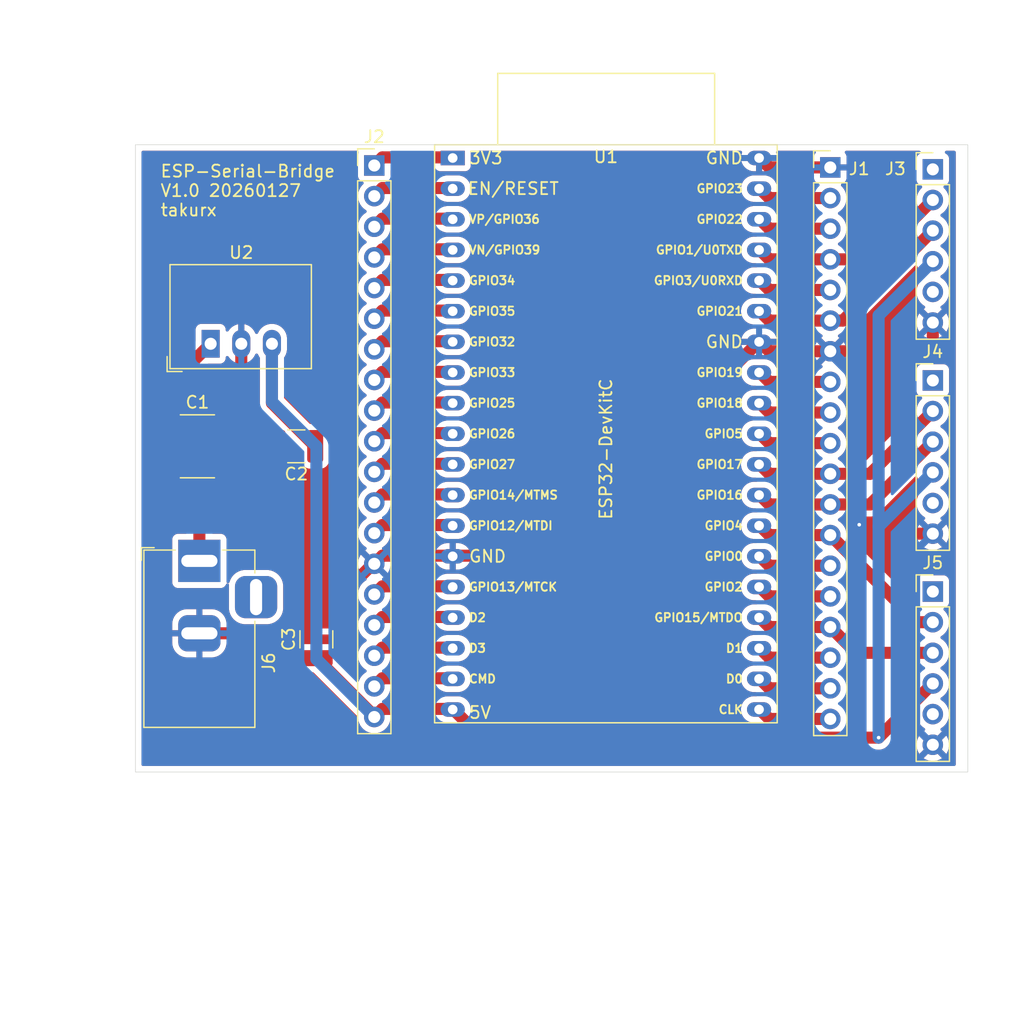
<source format=kicad_pcb>
(kicad_pcb (version 20241229) (generator "pcbnew") (generator_version "9.0")
  (title_block (title "ESP-Serial-Bridge") (date "2026-01-27") (rev "V1.0") (company "takurx"))
  (layers (0 "F.Cu" signal) (2 "B.Cu" signal) (13 "F.Paste" user) (15 "B.Paste" user) (5 "F.SilkS" user "F.Silkscreen") (7 "B.SilkS" user "B.Silkscreen") (1 "F.Mask" user) (3 "B.Mask" user) (25 "Edge.Cuts" user))
  (net 0 "")
  (net 1 "Net-(U2-IN)")
  (net 2 "GND")
  (net 3 "+5V")
  (net 4 "Net-(J1-Pin_10)")
  (net 5 "GPIO15_RX3")
  (net 6 "GPIO16_RX2")
  (net 7 "Net-(J1-Pin_15)")
  (net 8 "Net-(J1-Pin_5)")
  (net 9 "GPIO4_TX3")
  (net 10 "Net-(J1-Pin_9)")
  (net 11 "GPIO17_TX2")
  (net 12 "Net-(J1-Pin_2)")
  (net 13 "GPIO21_RX1")
  (net 14 "Net-(J1-Pin_3)")
  (net 15 "Net-(J1-Pin_17)")
  (net 16 "Net-(J1-Pin_8)")
  (net 17 "Net-(J1-Pin_18)")
  (net 18 "Net-(J1-Pin_14)")
  (net 19 "Net-(J1-Pin_19)")
  (net 20 "GPIO1_TX1")
  (net 21 "Net-(J2-Pin_16)")
  (net 22 "Net-(J2-Pin_9)")
  (net 23 "Net-(J2-Pin_12)")
  (net 24 "Net-(J2-Pin_15)")
  (net 25 "Net-(J2-Pin_2)")
  (net 26 "Net-(J2-Pin_4)")
  (net 27 "Net-(J2-Pin_13)")
  (net 28 "Net-(J2-Pin_7)")
  (net 29 "Net-(J2-Pin_10)")
  (net 30 "+3.3V")
  (net 31 "Net-(J2-Pin_18)")
  (net 32 "Net-(J2-Pin_6)")
  (net 33 "Net-(J2-Pin_5)")
  (net 34 "Net-(J2-Pin_3)")
  (net 35 "Net-(J2-Pin_8)")
  (net 36 "Net-(J2-Pin_11)")
  (net 37 "Net-(J2-Pin_17)")
  (footprint "PCM_Espressif:ESP32-DevKitC" (layer "F.Cu") (at 122.3 76.1)
    (property "Reference" "U1" (at 12.7 -0.1 0) (layer "F.SilkS"))
    (property "Value" "ESP32-DevKitC" (at 12.7 24.13 90) (layer "F.SilkS"))
    (fp_line (start -1.5 46.82) (end 26.899999 46.82) (stroke (width 0.12)) (layer "F.SilkS"))
    (fp_line (start -1.499999 -1.1) (end -1.5 46.82) (stroke (width 0.12)) (layer "F.SilkS"))
    (fp_line (start 3.73012 -7.01312) (end 21.71332 -7.01312) (stroke (width 0.12)) (layer "F.SilkS"))
    (fp_line (start 3.73012 -1.12032) (end 3.73012 -7.01312) (stroke (width 0.12)) (layer "F.SilkS"))
    (fp_line (start 21.71332 -7.01312) (end 21.71332 -1.12032) (stroke (width 0.12)) (layer "F.SilkS"))
    (fp_line (start 26.899999 46.82) (end 26.9 -1.1) (stroke (width 0.12)) (layer "F.SilkS"))
    (fp_line (start 26.9 -1.1) (end -1.499999 -1.1) (stroke (width 0.12)) (layer "F.SilkS"))
    (fp_text user "5V" (at 1.26632 45.97128 0) (layer "F.SilkS") (effects (justify left)))
    (fp_text user "GPIO13/MTCK" (at 1.27 35.56 0) (layer "F.SilkS") (effects (font (size 0.7 0.7)) (justify left)))
    (fp_text user "GPIO21" (at 24.13 12.7 0) (layer "F.SilkS") (effects (font (size 0.7 0.7)) (justify right)))
    (fp_text user "GPIO0" (at 24.13 33.02 0) (layer "F.SilkS") (effects (font (size 0.7 0.7)) (justify right)))
    (fp_text user "GPIO19" (at 24.13 17.78 0) (layer "F.SilkS") (effects (font (size 0.7 0.7)) (justify right)))
    (fp_text user "GPIO34" (at 1.27 10.16 0) (layer "F.SilkS") (effects (font (size 0.7 0.7)) (justify left)))
    (fp_text user "GPIO18" (at 24.13 20.32 0) (layer "F.SilkS") (effects (font (size 0.7 0.7)) (justify right)))
    (fp_text user "GND" (at 1.27 33.02 0) (layer "F.SilkS") (effects (justify left)))
    (fp_text user "EN/RESET" (at 8.88632 2.53728 0) (layer "F.SilkS") (effects (justify right)))
    (fp_text user "CMD" (at 1.27 43.18 0) (layer "F.SilkS") (effects (font (size 0.7 0.7)) (justify left)))
    (fp_text user "GPIO35" (at 1.27 12.7 0) (layer "F.SilkS") (effects (font (size 0.7 0.7)) (justify left)))
    (fp_text user "GPIO22" (at 24.13 5.08 0) (layer "F.SilkS") (effects (font (size 0.7 0.7)) (justify right)))
    (fp_text user "GPIO14/MTMS" (at 1.27 27.94 0) (layer "F.SilkS") (effects (font (size 0.7 0.7)) (justify left)))
    (fp_text user "3V3" (at 1.27 0 0) (layer "F.SilkS") (effects (justify left)))
    (fp_text user "GPIO2" (at 24.13 35.56 0) (layer "F.SilkS") (effects (font (size 0.7 0.7)) (justify right)))
    (fp_text user "GPIO5" (at 24.13 22.86 0) (layer "F.SilkS") (effects (font (size 0.7 0.7)) (justify right)))
    (fp_text user "GPIO15/MTDO" (at 24.13 38.1 0) (layer "F.SilkS") (effects (font (size 0.7 0.7)) (justify right)))
    (fp_text user "GPIO26" (at 1.27 22.86 0) (layer "F.SilkS") (effects (font (size 0.7 0.7)) (justify left)))
    (fp_text user "D0" (at 24.13 43.18 0) (layer "F.SilkS") (effects (font (size 0.7 0.7)) (justify right)))
    (fp_text user "GPIO32" (at 1.27 15.24 0) (layer "F.SilkS") (effects (font (size 0.7 0.7)) (justify left)))
    (fp_text user "GPIO16" (at 24.13 27.94 0) (layer "F.SilkS") (effects (font (size 0.7 0.7)) (justify right)))
    (fp_text user "GPIO1/U0TXD" (at 24.13 7.62 0) (layer "F.SilkS") (effects (font (size 0.7 0.7)) (justify right)))
    (fp_text user "GPIO17" (at 24.13 25.4 0) (layer "F.SilkS") (effects (font (size 0.7 0.7)) (justify right)))
    (fp_text user "CLK" (at 24.13 45.72 0) (layer "F.SilkS") (effects (font (size 0.7 0.7)) (justify right)))
    (fp_text user "GPIO4" (at 24.13 30.48 0) (layer "F.SilkS") (effects (font (size 0.7 0.7)) (justify right)))
    (fp_text user "GPIO3/U0RXD" (at 24.13 10.16 0) (layer "F.SilkS") (effects (font (size 0.7 0.7)) (justify right)))
    (fp_text user "D3" (at 1.27 40.64 0) (layer "F.SilkS") (effects (font (size 0.7 0.7)) (justify left)))
    (fp_text user "GPIO12/MTDI" (at 1.27 30.48 0) (layer "F.SilkS") (effects (font (size 0.7 0.7)) (justify left)))
    (fp_text user "GPIO33" (at 1.27 17.78 0) (layer "F.SilkS") (effects (font (size 0.7 0.7)) (justify left)))
    (fp_text user "GPIO23" (at 24.13 2.54 0) (layer "F.SilkS") (effects (font (size 0.7 0.7)) (justify right)))
    (fp_text user "GPIO25" (at 1.27 20.32 0) (layer "F.SilkS") (effects (font (size 0.7 0.7)) (justify left)))
    (fp_text user "GPIO27" (at 1.27 25.4 0) (layer "F.SilkS") (effects (font (size 0.7 0.7)) (justify left)))
    (fp_text user "D1" (at 24.13 40.64 0) (layer "F.SilkS") (effects (font (size 0.7 0.7)) (justify right)))
    (fp_text user "GND" (at 24.13 0 0) (layer "F.SilkS") (effects (justify right)))
    (fp_text user "VP/GPIO36" (at 1.27 5.08 0) (layer "F.SilkS") (effects (font (size 0.7 0.7)) (justify left)))
    (fp_text user "D2" (at 1.27 38.1 0) (layer "F.SilkS") (effects (font (size 0.7 0.7)) (justify left)))
    (fp_text user "GND" (at 24.13 15.24 0) (layer "F.SilkS") (effects (justify right)))
    (fp_text user "VN/GPIO39" (at 1.27 7.62 0) (layer "F.SilkS") (effects (font (size 0.7 0.7)) (justify left)))
    (pad "1" thru_hole rect (at 0 0 270) (size 1.2 2) (drill 0.8) (layers "*.Cu" "*.Mask") (net 30 "+3.3V"))
    (pad "2" thru_hole oval (at 0 2.54 270) (size 1.2 2) (drill 0.8) (layers "*.Cu" "*.Mask") (net 25 "Net-(J2-Pin_2)"))
    (pad "3" thru_hole oval (at 0 5.08 270) (size 1.2 2) (drill 0.8) (layers "*.Cu" "*.Mask") (net 34 "Net-(J2-Pin_3)"))
    (pad "4" thru_hole oval (at 0 7.62 270) (size 1.2 2) (drill 0.8) (layers "*.Cu" "*.Mask") (net 26 "Net-(J2-Pin_4)"))
    (pad "5" thru_hole oval (at 0 10.16 270) (size 1.2 2) (drill 0.8) (layers "*.Cu" "*.Mask") (net 33 "Net-(J2-Pin_5)"))
    (pad "6" thru_hole oval (at 0 12.7 270) (size 1.2 2) (drill 0.8) (layers "*.Cu" "*.Mask") (net 32 "Net-(J2-Pin_6)"))
    (pad "7" thru_hole oval (at 0 15.24 270) (size 1.2 2) (drill 0.8) (layers "*.Cu" "*.Mask") (net 28 "Net-(J2-Pin_7)"))
    (pad "8" thru_hole oval (at 0 17.78 270) (size 1.2 2) (drill 0.8) (layers "*.Cu" "*.Mask") (net 35 "Net-(J2-Pin_8)"))
    (pad "9" thru_hole oval (at 0 20.32 270) (size 1.2 2) (drill 0.8) (layers "*.Cu" "*.Mask") (net 22 "Net-(J2-Pin_9)"))
    (pad "10" thru_hole oval (at 0 22.86 270) (size 1.2 2) (drill 0.8) (layers "*.Cu" "*.Mask") (net 29 "Net-(J2-Pin_10)"))
    (pad "11" thru_hole oval (at 0 25.4 270) (size 1.2 2) (drill 0.8) (layers "*.Cu" "*.Mask") (net 36 "Net-(J2-Pin_11)"))
    (pad "12" thru_hole oval (at 0 27.94 270) (size 1.2 2) (drill 0.8) (layers "*.Cu" "*.Mask") (net 23 "Net-(J2-Pin_12)"))
    (pad "13" thru_hole oval (at 0 30.48 270) (size 1.2 2) (drill 0.8) (layers "*.Cu" "*.Mask") (net 27 "Net-(J2-Pin_13)"))
    (pad "14" thru_hole oval (at 0 33.02 270) (size 1.2 2) (drill 0.8) (layers "*.Cu" "*.Mask") (net 2 "GND"))
    (pad "15" thru_hole oval (at 0 35.56 270) (size 1.2 2) (drill 0.8) (layers "*.Cu" "*.Mask") (net 24 "Net-(J2-Pin_15)"))
    (pad "16" thru_hole oval (at 0 38.1 270) (size 1.2 2) (drill 0.8) (layers "*.Cu" "*.Mask") (net 21 "Net-(J2-Pin_16)"))
    (pad "17" thru_hole oval (at 0 40.64 270) (size 1.2 2) (drill 0.8) (layers "*.Cu" "*.Mask") (net 37 "Net-(J2-Pin_17)"))
    (pad "18" thru_hole oval (at 0 43.18 270) (size 1.2 2) (drill 0.8) (layers "*.Cu" "*.Mask") (net 31 "Net-(J2-Pin_18)"))
    (pad "19" thru_hole oval (at 0 45.72 270) (size 1.2 2) (drill 0.8) (layers "*.Cu" "*.Mask") (net 3 "+5V"))
    (pad "20" thru_hole oval (at 25.39632 45.71728 270) (size 1.2 2) (drill 0.8) (layers "*.Cu" "*.Mask") (net 19 "Net-(J1-Pin_19)"))
    (pad "21" thru_hole oval (at 25.39632 43.17728 270) (size 1.2 2) (drill 0.8) (layers "*.Cu" "*.Mask") (net 17 "Net-(J1-Pin_18)"))
    (pad "22" thru_hole oval (at 25.4 40.64 270) (size 1.2 2) (drill 0.8) (layers "*.Cu" "*.Mask") (net 15 "Net-(J1-Pin_17)"))
    (pad "23" thru_hole oval (at 25.4 38.1 270) (size 1.2 2) (drill 0.8) (layers "*.Cu" "*.Mask") (net 5 "GPIO15_RX3"))
    (pad "24" thru_hole oval (at 25.4 35.56 270) (size 1.2 2) (drill 0.8) (layers "*.Cu" "*.Mask") (net 7 "Net-(J1-Pin_15)"))
    (pad "25" thru_hole oval (at 25.4 33.02 270) (size 1.2 2) (drill 0.8) (layers "*.Cu" "*.Mask") (net 18 "Net-(J1-Pin_14)"))
    (pad "26" thru_hole oval (at 25.4 30.48 270) (size 1.2 2) (drill 0.8) (layers "*.Cu" "*.Mask") (net 9 "GPIO4_TX3"))
    (pad "27" thru_hole oval (at 25.4 27.94 270) (size 1.2 2) (drill 0.8) (layers "*.Cu" "*.Mask") (net 6 "GPIO16_RX2"))
    (pad "28" thru_hole oval (at 25.4 25.4 270) (size 1.2 2) (drill 0.8) (layers "*.Cu" "*.Mask") (net 11 "GPIO17_TX2"))
    (pad "29" thru_hole oval (at 25.4 22.86 270) (size 1.2 2) (drill 0.8) (layers "*.Cu" "*.Mask") (net 4 "Net-(J1-Pin_10)"))
    (pad "30" thru_hole oval (at 25.4 20.32 270) (size 1.2 2) (drill 0.8) (layers "*.Cu" "*.Mask") (net 10 "Net-(J1-Pin_9)"))
    (pad "31" thru_hole oval (at 25.4 17.78 270) (size 1.2 2) (drill 0.8) (layers "*.Cu" "*.Mask") (net 16 "Net-(J1-Pin_8)"))
    (pad "32" thru_hole oval (at 25.4 15.24 270) (size 1.2 2) (drill 0.8) (layers "*.Cu" "*.Mask") (net 2 "GND"))
    (pad "33" thru_hole oval (at 25.4 12.7 270) (size 1.2 2) (drill 0.8) (layers "*.Cu" "*.Mask") (net 13 "GPIO21_RX1"))
    (pad "34" thru_hole oval (at 25.4 10.16 270) (size 1.2 2) (drill 0.8) (layers "*.Cu" "*.Mask") (net 8 "Net-(J1-Pin_5)"))
    (pad "35" thru_hole oval (at 25.4 7.62 270) (size 1.2 2) (drill 0.8) (layers "*.Cu" "*.Mask") (net 20 "GPIO1_TX1"))
    (pad "36" thru_hole oval (at 25.4 5.08 270) (size 1.2 2) (drill 0.8) (layers "*.Cu" "*.Mask") (net 14 "Net-(J1-Pin_3)"))
    (pad "37" thru_hole oval (at 25.4 2.54 270) (size 1.2 2) (drill 0.8) (layers "*.Cu" "*.Mask") (net 12 "Net-(J1-Pin_2)"))
    (pad "38" thru_hole oval (at 25.4 0 270) (size 1.2 2) (drill 0.8) (layers "*.Cu" "*.Mask") (net 2 "GND"))
  )
  (footprint "Capacitor_SMD:C_1210_3225Metric_Pad1.33x2.70mm_HandSolder" (layer "F.Cu") (at 109.3375 100 180)
    (property "Reference" "C2" (at 0 -2.3 0) (layer "F.SilkS"))
    (property "Value" "4.7uF/16V")
    (fp_line (start -0.711252 1.36) (end 0.711252 1.36) (stroke (width 0.12)) (layer "F.SilkS"))
    (fp_line (start -0.711252 -1.36) (end 0.711252 -1.36) (stroke (width 0.12)) (layer "F.SilkS"))
    (pad "1" smd roundrect (at -1.5625 0 180) (size 1.325 2.7) (layers "F.Cu" "F.Mask" "F.Paste") (roundrect_rratio 0.188679) (net 3 "+5V"))
    (pad "2" smd roundrect (at 1.5625 0 180) (size 1.325 2.7) (layers "F.Cu" "F.Mask" "F.Paste") (roundrect_rratio 0.188679) (net 2 "GND"))
  )
  (footprint "Connector_PinHeader_2.54mm:PinHeader_1x06_P2.54mm_Vertical" (layer "F.Cu") (at 162.1 112.04)
    (property "Reference" "J5" (at 0 -2.38 0) (layer "F.SilkS"))
    (property "Value" "Conn_01x06_Socket")
    (fp_line (start -1.38 -1.38) (end 0 -1.38) (stroke (width 0.12)) (layer "F.SilkS"))
    (fp_line (start -1.38 0) (end -1.38 -1.38) (stroke (width 0.12)) (layer "F.SilkS"))
    (fp_line (start -1.38 1.27) (end -1.38 14.08) (stroke (width 0.12)) (layer "F.SilkS"))
    (fp_line (start -1.38 1.27) (end 1.38 1.27) (stroke (width 0.12)) (layer "F.SilkS"))
    (fp_line (start -1.38 14.08) (end 1.38 14.08) (stroke (width 0.12)) (layer "F.SilkS"))
    (fp_line (start 1.38 1.27) (end 1.38 14.08) (stroke (width 0.12)) (layer "F.SilkS"))
    (pad "1" thru_hole rect (at 0 0) (size 1.7 1.7) (drill 1) (layers "*.Cu" "*.Mask"))
    (pad "2" thru_hole circle (at 0 2.54) (size 1.7 1.7) (drill 1) (layers "*.Cu" "*.Mask") (net 9 "GPIO4_TX3"))
    (pad "3" thru_hole circle (at 0 5.08) (size 1.7 1.7) (drill 1) (layers "*.Cu" "*.Mask") (net 5 "GPIO15_RX3"))
    (pad "4" thru_hole circle (at 0 7.62) (size 1.7 1.7) (drill 1) (layers "*.Cu" "*.Mask") (net 3 "+5V"))
    (pad "5" thru_hole circle (at 0 10.16) (size 1.7 1.7) (drill 1) (layers "*.Cu" "*.Mask"))
    (pad "6" thru_hole circle (at 0 12.7) (size 1.7 1.7) (drill 1) (layers "*.Cu" "*.Mask") (net 2 "GND"))
  )
  (footprint "Connector_PinHeader_2.54mm:PinHeader_1x19_P2.54mm_Vertical" (layer "F.Cu") (at 153.6 76.88)
    (property "Reference" "J1" (at 2.4 0.12 0) (layer "F.SilkS"))
    (property "Value" "Conn_01x19_Socket")
    (fp_line (start -1.38 -1.38) (end 0 -1.38) (stroke (width 0.12)) (layer "F.SilkS"))
    (fp_line (start -1.38 0) (end -1.38 -1.38) (stroke (width 0.12)) (layer "F.SilkS"))
    (fp_line (start -1.38 1.27) (end -1.38 47.1) (stroke (width 0.12)) (layer "F.SilkS"))
    (fp_line (start -1.38 1.27) (end 1.38 1.27) (stroke (width 0.12)) (layer "F.SilkS"))
    (fp_line (start -1.38 47.1) (end 1.38 47.1) (stroke (width 0.12)) (layer "F.SilkS"))
    (fp_line (start 1.38 1.27) (end 1.38 47.1) (stroke (width 0.12)) (layer "F.SilkS"))
    (pad "1" thru_hole rect (at 0 0) (size 1.7 1.7) (drill 1) (layers "*.Cu" "*.Mask") (net 2 "GND"))
    (pad "2" thru_hole circle (at 0 2.54) (size 1.7 1.7) (drill 1) (layers "*.Cu" "*.Mask") (net 12 "Net-(J1-Pin_2)"))
    (pad "3" thru_hole circle (at 0 5.08) (size 1.7 1.7) (drill 1) (layers "*.Cu" "*.Mask") (net 14 "Net-(J1-Pin_3)"))
    (pad "4" thru_hole circle (at 0 7.62) (size 1.7 1.7) (drill 1) (layers "*.Cu" "*.Mask") (net 20 "GPIO1_TX1"))
    (pad "5" thru_hole circle (at 0 10.16) (size 1.7 1.7) (drill 1) (layers "*.Cu" "*.Mask") (net 8 "Net-(J1-Pin_5)"))
    (pad "6" thru_hole circle (at 0 12.7) (size 1.7 1.7) (drill 1) (layers "*.Cu" "*.Mask") (net 13 "GPIO21_RX1"))
    (pad "7" thru_hole circle (at 0 15.24) (size 1.7 1.7) (drill 1) (layers "*.Cu" "*.Mask") (net 2 "GND"))
    (pad "8" thru_hole circle (at 0 17.78) (size 1.7 1.7) (drill 1) (layers "*.Cu" "*.Mask") (net 16 "Net-(J1-Pin_8)"))
    (pad "9" thru_hole circle (at 0 20.32) (size 1.7 1.7) (drill 1) (layers "*.Cu" "*.Mask") (net 10 "Net-(J1-Pin_9)"))
    (pad "10" thru_hole circle (at 0 22.86) (size 1.7 1.7) (drill 1) (layers "*.Cu" "*.Mask") (net 4 "Net-(J1-Pin_10)"))
    (pad "11" thru_hole circle (at 0 25.4) (size 1.7 1.7) (drill 1) (layers "*.Cu" "*.Mask") (net 11 "GPIO17_TX2"))
    (pad "12" thru_hole circle (at 0 27.94) (size 1.7 1.7) (drill 1) (layers "*.Cu" "*.Mask") (net 6 "GPIO16_RX2"))
    (pad "13" thru_hole circle (at 0 30.48) (size 1.7 1.7) (drill 1) (layers "*.Cu" "*.Mask") (net 9 "GPIO4_TX3"))
    (pad "14" thru_hole circle (at 0 33.02) (size 1.7 1.7) (drill 1) (layers "*.Cu" "*.Mask") (net 18 "Net-(J1-Pin_14)"))
    (pad "15" thru_hole circle (at 0 35.56) (size 1.7 1.7) (drill 1) (layers "*.Cu" "*.Mask") (net 7 "Net-(J1-Pin_15)"))
    (pad "16" thru_hole circle (at 0 38.1) (size 1.7 1.7) (drill 1) (layers "*.Cu" "*.Mask") (net 5 "GPIO15_RX3"))
    (pad "17" thru_hole circle (at 0 40.64) (size 1.7 1.7) (drill 1) (layers "*.Cu" "*.Mask") (net 15 "Net-(J1-Pin_17)"))
    (pad "18" thru_hole circle (at 0 43.18) (size 1.7 1.7) (drill 1) (layers "*.Cu" "*.Mask") (net 17 "Net-(J1-Pin_18)"))
    (pad "19" thru_hole circle (at 0 45.72) (size 1.7 1.7) (drill 1) (layers "*.Cu" "*.Mask") (net 19 "Net-(J1-Pin_19)"))
  )
  (footprint "Connector_BarrelJack:BarrelJack_Horizontal" (layer "F.Cu") (at 101.3 109.5 90)
    (property "Reference" "J6" (at -8.45 5.75 90) (layer "F.SilkS"))
    (property "Value" "Barrel_Jack_Switch")
    (fp_line (start 0.05 -4.8) (end 1.1 -4.8) (stroke (width 0.12)) (layer "F.SilkS"))
    (fp_line (start 0.9 -4.6) (end 0.9 -2) (stroke (width 0.12)) (layer "F.SilkS"))
    (fp_line (start -13.8 -4.6) (end 0.9 -4.6) (stroke (width 0.12)) (layer "F.SilkS"))
    (fp_line (start 1.1 -3.75) (end 1.1 -4.8) (stroke (width 0.12)) (layer "F.SilkS"))
    (fp_line (start 0.9 1.9) (end 0.9 4.6) (stroke (width 0.12)) (layer "F.SilkS"))
    (fp_line (start 0.9 4.6) (end -1 4.6) (stroke (width 0.12)) (layer "F.SilkS"))
    (fp_line (start -5 4.6) (end -13.8 4.6) (stroke (width 0.12)) (layer "F.SilkS"))
    (fp_line (start -13.8 4.6) (end -13.8 -4.6) (stroke (width 0.12)) (layer "F.SilkS"))
    (pad "1" thru_hole rect (at 0 0 90) (size 3.5 3.5) (drill oval 1 3) (layers "*.Cu" "*.Mask") (net 1 "Net-(U2-IN)"))
    (pad "2" thru_hole roundrect (at -6 0 90) (size 3 3.5) (drill oval 1 3) (layers "*.Cu" "*.Mask") (net 2 "GND"))
    (pad "3" thru_hole roundrect (at -3 4.7 90) (size 3.5 3.5) (drill oval 3 1) (layers "*.Cu" "*.Mask"))
  )
  (footprint "Capacitor_SMD:C_1210_3225Metric_Pad1.33x2.70mm_HandSolder" (layer "F.Cu") (at 111 116 90)
    (property "Reference" "C3" (at 0 -2.3 90) (layer "F.SilkS"))
    (property "Value" "10uF/10V")
    (fp_line (start -0.711252 -1.36) (end 0.711252 -1.36) (stroke (width 0.12)) (layer "F.SilkS"))
    (fp_line (start -0.711252 1.36) (end 0.711252 1.36) (stroke (width 0.12)) (layer "F.SilkS"))
    (pad "1" smd roundrect (at -1.5625 0 90) (size 1.325 2.7) (layers "F.Cu" "F.Mask" "F.Paste") (roundrect_rratio 0.188679) (net 3 "+5V"))
    (pad "2" smd roundrect (at 1.5625 0 90) (size 1.325 2.7) (layers "F.Cu" "F.Mask" "F.Paste") (roundrect_rratio 0.188679) (net 2 "GND"))
  )
  (footprint "Converter_DCDC:Converter_DCDC_RECOM_R-78E-0.5_THT" (layer "F.Cu") (at 102.235 91.5)
    (property "Reference" "U2" (at 2.54 -7.56 0) (layer "F.SilkS"))
    (property "Value" "R-78C5.0-1.0")
    (fp_line (start -3.61 1.06) (end -3.61 2.3) (stroke (width 0.12)) (layer "F.SilkS"))
    (fp_line (start -3.61 2.3) (end -2.37 2.3) (stroke (width 0.12)) (layer "F.SilkS"))
    (fp_line (start -3.37 -6.56) (end 8.35 -6.56) (stroke (width 0.12)) (layer "F.SilkS"))
    (fp_line (start -3.37 2.06) (end -3.37 -6.56) (stroke (width 0.12)) (layer "F.SilkS"))
    (fp_line (start 8.35 -6.56) (end 8.35 2.06) (stroke (width 0.12)) (layer "F.SilkS"))
    (fp_line (start 8.35 2.06) (end -3.37 2.06) (stroke (width 0.12)) (layer "F.SilkS"))
    (pad "1" thru_hole rect (at 0 0) (size 1.5 2.3) (drill 1) (layers "*.Cu" "*.Mask") (net 1 "Net-(U2-IN)"))
    (pad "2" thru_hole oval (at 2.54 0) (size 1.5 2.3) (drill 1) (layers "*.Cu" "*.Mask") (net 2 "GND"))
    (pad "3" thru_hole oval (at 5.08 0) (size 1.5 2.3) (drill 1) (layers "*.Cu" "*.Mask") (net 3 "+5V"))
  )
  (footprint "Connector_PinHeader_2.54mm:PinHeader_1x06_P2.54mm_Vertical" (layer "F.Cu") (at 162.1 77.04)
    (property "Reference" "J3" (at -3.1 -0.04 0) (layer "F.SilkS"))
    (property "Value" "Conn_01x06_Socket")
    (fp_line (start -1.38 -1.38) (end 0 -1.38) (stroke (width 0.12)) (layer "F.SilkS"))
    (fp_line (start -1.38 0) (end -1.38 -1.38) (stroke (width 0.12)) (layer "F.SilkS"))
    (fp_line (start -1.38 1.27) (end -1.38 14.08) (stroke (width 0.12)) (layer "F.SilkS"))
    (fp_line (start -1.38 1.27) (end 1.38 1.27) (stroke (width 0.12)) (layer "F.SilkS"))
    (fp_line (start -1.38 14.08) (end 1.38 14.08) (stroke (width 0.12)) (layer "F.SilkS"))
    (fp_line (start 1.38 1.27) (end 1.38 14.08) (stroke (width 0.12)) (layer "F.SilkS"))
    (pad "1" thru_hole rect (at 0 0) (size 1.7 1.7) (drill 1) (layers "*.Cu" "*.Mask"))
    (pad "2" thru_hole circle (at 0 2.54) (size 1.7 1.7) (drill 1) (layers "*.Cu" "*.Mask") (net 20 "GPIO1_TX1"))
    (pad "3" thru_hole circle (at 0 5.08) (size 1.7 1.7) (drill 1) (layers "*.Cu" "*.Mask") (net 13 "GPIO21_RX1"))
    (pad "4" thru_hole circle (at 0 7.62) (size 1.7 1.7) (drill 1) (layers "*.Cu" "*.Mask") (net 3 "+5V"))
    (pad "5" thru_hole circle (at 0 10.16) (size 1.7 1.7) (drill 1) (layers "*.Cu" "*.Mask"))
    (pad "6" thru_hole circle (at 0 12.7) (size 1.7 1.7) (drill 1) (layers "*.Cu" "*.Mask") (net 2 "GND"))
  )
  (footprint "Connector_PinHeader_2.54mm:PinHeader_1x19_P2.54mm_Vertical" (layer "F.Cu") (at 115.8 76.72)
    (property "Reference" "J2" (at 0 -2.38 0) (layer "F.SilkS"))
    (property "Value" "Conn_01x19_Socket")
    (fp_line (start -1.38 -1.38) (end 0 -1.38) (stroke (width 0.12)) (layer "F.SilkS"))
    (fp_line (start -1.38 0) (end -1.38 -1.38) (stroke (width 0.12)) (layer "F.SilkS"))
    (fp_line (start -1.38 1.27) (end -1.38 47.1) (stroke (width 0.12)) (layer "F.SilkS"))
    (fp_line (start -1.38 1.27) (end 1.38 1.27) (stroke (width 0.12)) (layer "F.SilkS"))
    (fp_line (start -1.38 47.1) (end 1.38 47.1) (stroke (width 0.12)) (layer "F.SilkS"))
    (fp_line (start 1.38 1.27) (end 1.38 47.1) (stroke (width 0.12)) (layer "F.SilkS"))
    (pad "1" thru_hole rect (at 0 0) (size 1.7 1.7) (drill 1) (layers "*.Cu" "*.Mask") (net 30 "+3.3V"))
    (pad "2" thru_hole circle (at 0 2.54) (size 1.7 1.7) (drill 1) (layers "*.Cu" "*.Mask") (net 25 "Net-(J2-Pin_2)"))
    (pad "3" thru_hole circle (at 0 5.08) (size 1.7 1.7) (drill 1) (layers "*.Cu" "*.Mask") (net 34 "Net-(J2-Pin_3)"))
    (pad "4" thru_hole circle (at 0 7.62) (size 1.7 1.7) (drill 1) (layers "*.Cu" "*.Mask") (net 26 "Net-(J2-Pin_4)"))
    (pad "5" thru_hole circle (at 0 10.16) (size 1.7 1.7) (drill 1) (layers "*.Cu" "*.Mask") (net 33 "Net-(J2-Pin_5)"))
    (pad "6" thru_hole circle (at 0 12.7) (size 1.7 1.7) (drill 1) (layers "*.Cu" "*.Mask") (net 32 "Net-(J2-Pin_6)"))
    (pad "7" thru_hole circle (at 0 15.24) (size 1.7 1.7) (drill 1) (layers "*.Cu" "*.Mask") (net 28 "Net-(J2-Pin_7)"))
    (pad "8" thru_hole circle (at 0 17.78) (size 1.7 1.7) (drill 1) (layers "*.Cu" "*.Mask") (net 35 "Net-(J2-Pin_8)"))
    (pad "9" thru_hole circle (at 0 20.32) (size 1.7 1.7) (drill 1) (layers "*.Cu" "*.Mask") (net 22 "Net-(J2-Pin_9)"))
    (pad "10" thru_hole circle (at 0 22.86) (size 1.7 1.7) (drill 1) (layers "*.Cu" "*.Mask") (net 29 "Net-(J2-Pin_10)"))
    (pad "11" thru_hole circle (at 0 25.4) (size 1.7 1.7) (drill 1) (layers "*.Cu" "*.Mask") (net 36 "Net-(J2-Pin_11)"))
    (pad "12" thru_hole circle (at 0 27.94) (size 1.7 1.7) (drill 1) (layers "*.Cu" "*.Mask") (net 23 "Net-(J2-Pin_12)"))
    (pad "13" thru_hole circle (at 0 30.48) (size 1.7 1.7) (drill 1) (layers "*.Cu" "*.Mask") (net 27 "Net-(J2-Pin_13)"))
    (pad "14" thru_hole circle (at 0 33.02) (size 1.7 1.7) (drill 1) (layers "*.Cu" "*.Mask") (net 2 "GND"))
    (pad "15" thru_hole circle (at 0 35.56) (size 1.7 1.7) (drill 1) (layers "*.Cu" "*.Mask") (net 24 "Net-(J2-Pin_15)"))
    (pad "16" thru_hole circle (at 0 38.1) (size 1.7 1.7) (drill 1) (layers "*.Cu" "*.Mask") (net 21 "Net-(J2-Pin_16)"))
    (pad "17" thru_hole circle (at 0 40.64) (size 1.7 1.7) (drill 1) (layers "*.Cu" "*.Mask") (net 37 "Net-(J2-Pin_17)"))
    (pad "18" thru_hole circle (at 0 43.18) (size 1.7 1.7) (drill 1) (layers "*.Cu" "*.Mask") (net 31 "Net-(J2-Pin_18)"))
    (pad "19" thru_hole circle (at 0 45.72) (size 1.7 1.7) (drill 1) (layers "*.Cu" "*.Mask") (net 3 "+5V"))
  )
  (footprint "Capacitor_SMD:C_2220_5750Metric_Pad1.97x5.40mm_HandSolder" (layer "F.Cu") (at 101.1375 100)
    (property "Reference" "C1" (at 0 -3.65 0) (layer "F.SilkS"))
    (property "Value" "22uF/50V")
    (fp_line (start -1.415748 -2.61) (end 1.415748 -2.61) (stroke (width 0.12)) (layer "F.SilkS"))
    (fp_line (start -1.415748 2.61) (end 1.415748 2.61) (stroke (width 0.12)) (layer "F.SilkS"))
    (pad "1" smd roundrect (at -2.6375 0) (size 1.975 5.4) (layers "F.Cu" "F.Mask" "F.Paste") (roundrect_rratio 0.126582) (net 1 "Net-(U2-IN)"))
    (pad "2" smd roundrect (at 2.6375 0) (size 1.975 5.4) (layers "F.Cu" "F.Mask" "F.Paste") (roundrect_rratio 0.126582) (net 2 "GND"))
  )
  (footprint "Connector_PinHeader_2.54mm:PinHeader_1x06_P2.54mm_Vertical" (layer "F.Cu") (at 162.1 94.54)
    (property "Reference" "J4" (at 0 -2.38 0) (layer "F.SilkS"))
    (property "Value" "Conn_01x06_Socket")
    (fp_line (start -1.38 -1.38) (end 0 -1.38) (stroke (width 0.12)) (layer "F.SilkS"))
    (fp_line (start -1.38 0) (end -1.38 -1.38) (stroke (width 0.12)) (layer "F.SilkS"))
    (fp_line (start -1.38 1.27) (end -1.38 14.08) (stroke (width 0.12)) (layer "F.SilkS"))
    (fp_line (start -1.38 1.27) (end 1.38 1.27) (stroke (width 0.12)) (layer "F.SilkS"))
    (fp_line (start -1.38 14.08) (end 1.38 14.08) (stroke (width 0.12)) (layer "F.SilkS"))
    (fp_line (start 1.38 1.27) (end 1.38 14.08) (stroke (width 0.12)) (layer "F.SilkS"))
    (pad "1" thru_hole rect (at 0 0) (size 1.7 1.7) (drill 1) (layers "*.Cu" "*.Mask"))
    (pad "2" thru_hole circle (at 0 2.54) (size 1.7 1.7) (drill 1) (layers "*.Cu" "*.Mask") (net 11 "GPIO17_TX2"))
    (pad "3" thru_hole circle (at 0 5.08) (size 1.7 1.7) (drill 1) (layers "*.Cu" "*.Mask") (net 6 "GPIO16_RX2"))
    (pad "4" thru_hole circle (at 0 7.62) (size 1.7 1.7) (drill 1) (layers "*.Cu" "*.Mask") (net 3 "+5V"))
    (pad "5" thru_hole circle (at 0 10.16) (size 1.7 1.7) (drill 1) (layers "*.Cu" "*.Mask"))
    (pad "6" thru_hole circle (at 0 12.7) (size 1.7 1.7) (drill 1) (layers "*.Cu" "*.Mask") (net 2 "GND"))
  )
  (gr_rect (start 96 75) (end 165 127) (stroke (width 0.05)) (fill no) (layer "Edge.Cuts"))
  (gr_text "ESP-Serial-Bridge\nV1.0 20260127\ntakurx" (at 98 81 0) (layer "F.SilkS") (effects (font (size 1 1)) (justify left bottom)))
  (segment (start 98.5 95.235) (end 102.235 91.5) (width 1) (layer "F.Cu") (net 1))
  (segment (start 101.3 109.5) (end 101.3 102.8) (width 1) (layer "F.Cu") (net 1))
  (segment (start 98.5 100) (end 98.5 95.235) (width 1) (layer "F.Cu") (net 1))
  (segment (start 101.3 102.8) (end 98.5 100) (width 1) (layer "F.Cu") (net 1))
  (segment (start 161.88 92.12) (end 153.6 92.12) (width 1) (layer "F.Cu") (net 2))
  (segment (start 148.53938 92.12) (end 147.7075 91.28812) (width 1) (layer "F.Cu") (net 2))
  (segment (start 122.3075 109.06812) (end 116.47188 109.06812) (width 1) (layer "F.Cu") (net 2))
  (segment (start 115.8 109.74) (end 115.6975 109.74) (width 1) (layer "F.Cu") (net 2))
  (segment (start 104.775 91.5) (end 104.775 99) (width 1) (layer "F.Cu") (net 2))
  (segment (start 109.5 112.9375) (end 111 114.4375) (width 1) (layer "F.Cu") (net 2))
  (segment (start 111 114.4375) (end 109.9375 115.5) (width 1) (layer "F.Cu") (net 2))
  (segment (start 153.6 92.12) (end 148.53938 92.12) (width 1) (layer "F.Cu") (net 2))
  (segment (start 162.1 107.24) (end 156.74 107.24) (width 1) (layer "F.Cu") (net 2))
  (segment (start 109.5 101.725) (end 109.5 112.9375) (width 1) (layer "F.Cu") (net 2))
  (segment (start 162.1 89.74) (end 162.1 91.9) (width 1) (layer "F.Cu") (net 2))
  (segment (start 103.775 100) (end 107.775 100) (width 1) (layer "F.Cu") (net 2))
  (segment (start 156.74 107.24) (end 156 106.5) (width 1) (layer "F.Cu") (net 2))
  (segment (start 116.47188 109.06812) (end 115.8 109.74) (width 1) (layer "F.Cu") (net 2))
  (segment (start 162.1 91.9) (end 161.88 92.12) (width 1) (layer "F.Cu") (net 2))
  (segment (start 104.775 99) (end 103.775 100) (width 1) (layer "F.Cu") (net 2))
  (segment (start 107.775 100) (end 109.5 101.725) (width 1) (layer "F.Cu") (net 2))
  (segment (start 129.9275 109.06812) (end 147.7075 91.28812) (width 1) (layer "F.Cu") (net 2))
  (segment (start 122.3075 109.06812) (end 129.9275 109.06812) (width 1) (layer "F.Cu") (net 2))
  (segment (start 148.53938 76.88) (end 147.7075 76.04812) (width 1) (layer "F.Cu") (net 2))
  (segment (start 153.6 76.88) (end 148.53938 76.88) (width 1) (layer "F.Cu") (net 2))
  (segment (start 115.6975 109.74) (end 111 114.4375) (width 1) (layer "F.Cu") (net 2))
  (segment (start 109.9375 115.5) (end 101.3 115.5) (width 1) (layer "F.Cu") (net 2))
  (via (at 156 106.5) (size 0.6) (drill 0.3) (layers "F.Cu" "B.Cu") (net 2))
  (segment (start 162.1 124.74) (end 160.749 123.389) (width 0.6) (layer "B.Cu") (net 2))
  (segment (start 160.749 108.591) (end 162.1 107.24) (width 0.6) (layer "B.Cu") (net 2))
  (segment (start 160.749 123.389) (end 160.749 108.591) (width 0.6) (layer "B.Cu") (net 2))
  (segment (start 156 106.5) (end 156 94.52) (width 1) (layer "B.Cu") (net 2))
  (segment (start 156 94.52) (end 153.6 92.12) (width 1) (layer "B.Cu") (net 2))
  (segment (start 107.315 96.415) (end 110.9 100) (width 1) (layer "F.Cu") (net 3))
  (segment (start 124.69038 124.151) (end 157.609 124.151) (width 1) (layer "F.Cu") (net 3))
  (segment (start 157.609 124.151) (end 162.1 119.66) (width 1) (layer "F.Cu") (net 3))
  (segment (start 122.3075 121.76812) (end 116.47188 121.76812) (width 1) (layer "F.Cu") (net 3))
  (segment (start 115.8 122.44) (end 115.8 122.3625) (width 1) (layer "F.Cu") (net 3))
  (segment (start 122.3075 121.76812) (end 124.69038 124.151) (width 1) (layer "F.Cu") (net 3))
  (segment (start 115.8 122.3625) (end 111 117.5625) (width 1) (layer "F.Cu") (net 3))
  (segment (start 107.315 91.5) (end 107.315 96.415) (width 1) (layer "F.Cu") (net 3))
  (segment (start 116.47188 121.76812) (end 115.8 122.44) (width 1) (layer "F.Cu") (net 3))
  (via (at 157.609 124.151) (size 0.6) (drill 0.3) (layers "F.Cu" "B.Cu") (net 3))
  (segment (start 157.609 89.151) (end 157.609 106.651) (width 1) (layer "B.Cu") (net 3))
  (segment (start 111 100) (end 111 117.64) (width 1) (layer "B.Cu") (net 3))
  (segment (start 107.315 96.315) (end 111 100) (width 1) (layer "B.Cu") (net 3))
  (segment (start 111 117.64) (end 115.8 122.44) (width 1) (layer "B.Cu") (net 3))
  (segment (start 162.1 84.66) (end 157.609 89.151) (width 1) (layer "B.Cu") (net 3))
  (segment (start 157.609 106.651) (end 157.609 124.151) (width 1) (layer "B.Cu") (net 3))
  (segment (start 107.315 91.5) (end 107.315 96.315) (width 1) (layer "B.Cu") (net 3))
  (segment (start 162.1 102.16) (end 157.609 106.651) (width 1) (layer "B.Cu") (net 3))
  (segment (start 148.53938 99.74) (end 147.7075 98.90812) (width 1) (layer "F.Cu") (net 4))
  (segment (start 153.6 99.74) (end 148.53938 99.74) (width 1) (layer "F.Cu") (net 4))
  (segment (start 148.53938 114.98) (end 147.7075 114.14812) (width 1) (layer "F.Cu") (net 5))
  (segment (start 155.74 117.12) (end 153.6 114.98) (width 1) (layer "F.Cu") (net 5))
  (segment (start 153.6 114.98) (end 148.53938 114.98) (width 1) (layer "F.Cu") (net 5))
  (segment (start 162.1 117.12) (end 155.74 117.12) (width 1) (layer "F.Cu") (net 5))
  (segment (start 153.6 104.82) (end 148.53938 104.82) (width 1) (layer "F.Cu") (net 6))
  (segment (start 156.9 104.82) (end 153.6 104.82) (width 1) (layer "F.Cu") (net 6))
  (segment (start 162.1 99.62) (end 156.9 104.82) (width 1) (layer "F.Cu") (net 6))
  (segment (start 148.53938 104.82) (end 147.7075 103.98812) (width 1) (layer "F.Cu") (net 6))
  (segment (start 153.6 112.44) (end 148.53938 112.44) (width 1) (layer "F.Cu") (net 7))
  (segment (start 148.53938 112.44) (end 147.7075 111.60812) (width 1) (layer "F.Cu") (net 7))
  (segment (start 148.53938 87.04) (end 147.7075 86.20812) (width 1) (layer "F.Cu") (net 8))
  (segment (start 153.6 87.04) (end 148.53938 87.04) (width 1) (layer "F.Cu") (net 8))
  (segment (start 160.82 114.58) (end 153.6 107.36) (width 1) (layer "F.Cu") (net 9))
  (segment (start 153.6 107.36) (end 148.53938 107.36) (width 1) (layer "F.Cu") (net 9))
  (segment (start 162.1 114.58) (end 160.82 114.58) (width 1) (layer "F.Cu") (net 9))
  (segment (start 148.53938 107.36) (end 147.7075 106.52812) (width 1) (layer "F.Cu") (net 9))
  (segment (start 148.53938 97.2) (end 147.7075 96.36812) (width 1) (layer "F.Cu") (net 10))
  (segment (start 153.6 97.2) (end 148.53938 97.2) (width 1) (layer "F.Cu") (net 10))
  (segment (start 148.53938 102.28) (end 147.7075 101.44812) (width 1) (layer "F.Cu") (net 11))
  (segment (start 153.6 102.28) (end 148.53938 102.28) (width 1) (layer "F.Cu") (net 11))
  (segment (start 162.1 97.08) (end 156.9 102.28) (width 1) (layer "F.Cu") (net 11))
  (segment (start 156.9 102.28) (end 153.6 102.28) (width 1) (layer "F.Cu") (net 11))
  (segment (start 153.6 79.42) (end 148.53938 79.42) (width 1) (layer "F.Cu") (net 12))
  (segment (start 148.53938 79.42) (end 147.7075 78.58812) (width 1) (layer "F.Cu") (net 12))
  (segment (start 162.1 82.12) (end 154.64 89.58) (width 1) (layer "F.Cu") (net 13))
  (segment (start 153.6 89.58) (end 148.53938 89.58) (width 1) (layer "F.Cu") (net 13))
  (segment (start 148.53938 89.58) (end 147.7075 88.74812) (width 1) (layer "F.Cu") (net 13))
  (segment (start 154.64 89.58) (end 153.6 89.58) (width 1) (layer "F.Cu") (net 13))
  (segment (start 153.6 81.96) (end 148.53938 81.96) (width 1) (layer "F.Cu") (net 14))
  (segment (start 148.53938 81.96) (end 147.7075 81.12812) (width 1) (layer "F.Cu") (net 14))
  (segment (start 148.53938 117.52) (end 147.7075 116.68812) (width 1) (layer "F.Cu") (net 15))
  (segment (start 153.6 117.52) (end 148.53938 117.52) (width 1) (layer "F.Cu") (net 15))
  (segment (start 148.53938 94.66) (end 147.7075 93.82812) (width 1) (layer "F.Cu") (net 16))
  (segment (start 153.6 94.66) (end 148.53938 94.66) (width 1) (layer "F.Cu") (net 16))
  (segment (start 148.53842 120.06) (end 147.70382 119.2254) (width 1) (layer "F.Cu") (net 17))
  (segment (start 153.6 120.06) (end 148.53842 120.06) (width 1) (layer "F.Cu") (net 17))
  (segment (start 148.53938 109.9) (end 147.7075 109.06812) (width 1) (layer "F.Cu") (net 18))
  (segment (start 153.6 109.9) (end 148.53938 109.9) (width 1) (layer "F.Cu") (net 18))
  (segment (start 153.6 122.6) (end 148.53842 122.6) (width 1) (layer "F.Cu") (net 19))
  (segment (start 148.53842 122.6) (end 147.70382 121.7654) (width 1) (layer "F.Cu") (net 19))
  (segment (start 162.1 79.58) (end 157.18 84.5) (width 1) (layer "F.Cu") (net 20))
  (segment (start 153.6 84.5) (end 148.53938 84.5) (width 1) (layer "F.Cu") (net 20))
  (segment (start 157.18 84.5) (end 153.6 84.5) (width 1) (layer "F.Cu") (net 20))
  (segment (start 148.53938 84.5) (end 147.7075 83.66812) (width 1) (layer "F.Cu") (net 20))
  (segment (start 116.47188 114.14812) (end 115.8 114.82) (width 1) (layer "F.Cu") (net 21))
  (segment (start 122.3075 114.14812) (end 116.47188 114.14812) (width 1) (layer "F.Cu") (net 21))
  (segment (start 122.3075 96.36812) (end 116.47188 96.36812) (width 1) (layer "F.Cu") (net 22))
  (segment (start 116.47188 96.36812) (end 115.8 97.04) (width 1) (layer "F.Cu") (net 22))
  (segment (start 116.47188 103.98812) (end 115.8 104.66) (width 1) (layer "F.Cu") (net 23))
  (segment (start 122.3075 103.98812) (end 116.47188 103.98812) (width 1) (layer "F.Cu") (net 23))
  (segment (start 122.3075 111.60812) (end 116.47188 111.60812) (width 1) (layer "F.Cu") (net 24))
  (segment (start 116.47188 111.60812) (end 115.8 112.28) (width 1) (layer "F.Cu") (net 24))
  (segment (start 122.3075 78.58812) (end 116.47188 78.58812) (width 1) (layer "F.Cu") (net 25))
  (segment (start 116.47188 78.58812) (end 115.8 79.26) (width 1) (layer "F.Cu") (net 25))
  (segment (start 116.47188 83.66812) (end 115.8 84.34) (width 1) (layer "F.Cu") (net 26))
  (segment (start 122.3075 83.66812) (end 116.47188 83.66812) (width 1) (layer "F.Cu") (net 26))
  (segment (start 122.3075 106.52812) (end 116.47188 106.52812) (width 1) (layer "F.Cu") (net 27))
  (segment (start 116.47188 106.52812) (end 115.8 107.2) (width 1) (layer "F.Cu") (net 27))
  (segment (start 116.47188 91.28812) (end 115.8 91.96) (width 1) (layer "F.Cu") (net 28))
  (segment (start 122.3075 91.28812) (end 116.47188 91.28812) (width 1) (layer "F.Cu") (net 28))
  (segment (start 122.3075 98.90812) (end 116.47188 98.90812) (width 1) (layer "F.Cu") (net 29))
  (segment (start 116.47188 98.90812) (end 115.8 99.58) (width 1) (layer "F.Cu") (net 29))
  (segment (start 116.47188 76.04812) (end 115.8 76.72) (width 1) (layer "F.Cu") (net 30))
  (segment (start 122.3075 76.04812) (end 116.47188 76.04812) (width 1) (layer "F.Cu") (net 30))
  (segment (start 122.3075 119.22812) (end 116.47188 119.22812) (width 1) (layer "F.Cu") (net 31))
  (segment (start 116.47188 119.22812) (end 115.8 119.9) (width 1) (layer "F.Cu") (net 31))
  (segment (start 122.3075 88.74812) (end 116.47188 88.74812) (width 1) (layer "F.Cu") (net 32))
  (segment (start 116.47188 88.74812) (end 115.8 89.42) (width 1) (layer "F.Cu") (net 32))
  (segment (start 122.3075 86.20812) (end 116.47188 86.20812) (width 1) (layer "F.Cu") (net 33))
  (segment (start 116.47188 86.20812) (end 115.8 86.88) (width 1) (layer "F.Cu") (net 33))
  (segment (start 116.47188 81.12812) (end 115.8 81.8) (width 1) (layer "F.Cu") (net 34))
  (segment (start 122.3075 81.12812) (end 116.47188 81.12812) (width 1) (layer "F.Cu") (net 34))
  (segment (start 122.3075 93.82812) (end 116.47188 93.82812) (width 1) (layer "F.Cu") (net 35))
  (segment (start 116.47188 93.82812) (end 115.8 94.5) (width 1) (layer "F.Cu") (net 35))
  (segment (start 122.3075 101.44812) (end 116.47188 101.44812) (width 1) (layer "F.Cu") (net 36))
  (segment (start 116.47188 101.44812) (end 115.8 102.12) (width 1) (layer "F.Cu") (net 36))
  (segment (start 122.3075 116.68812) (end 116.47188 116.68812) (width 1) (layer "F.Cu") (net 37))
  (segment (start 116.47188 116.68812) (end 115.8 117.36) (width 1) (layer "F.Cu") (net 37))
  (zone (net 2) (net_name "GND") (layers "F.Cu" "B.Cu") (connect_pads (clearance 0.5)) (min_thickness 0.25) (fill yes (thermal_gap 0.5) (thermal_bridge_width 0.5))
    (polygon (pts (xy 96 75) (xy 164 75) (xy 164 127) (xy 96 127)))
  )
)
</source>
